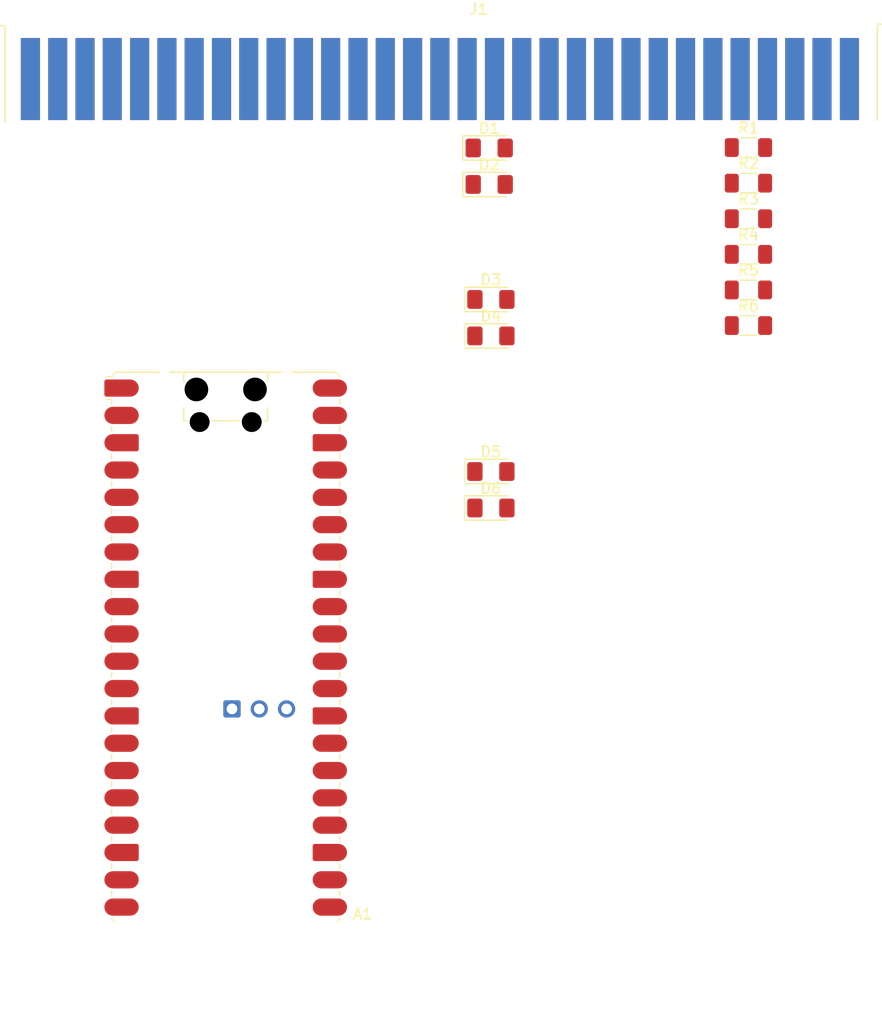
<source format=kicad_pcb>
(kicad_pcb (version 20241229) (generator "pcbnew") (generator_version "9.0")
  (layers (0 "F.Cu" signal) (2 "B.Cu" signal) (13 "F.Paste" user) (15 "B.Paste" user) (5 "F.SilkS" user "F.Silkscreen") (7 "B.SilkS" user "B.Silkscreen") (1 "F.Mask" user) (3 "B.Mask" user) (25 "Edge.Cuts" user))
  (net 0 "")
  (net 1 "Net-(A1-GPIO8)")
  (net 2 "/M1_PWM")
  (net 3 "GND")
  (net 4 "/SPI0_MOSI")
  (net 6 "Net-(A1-GPIO0)")
  (net 7 "+5V")
  (net 8 "/SPI1_CS0")
  (net 9 "/SPI1_CS1")
  (net 10 "/M1_FLT")
  (net 11 "+3V3")
  (net 12 "/SPI1_MISO")
  (net 13 "/M1_SLP")
  (net 14 "Net-(A1-GPIO22)")
  (net 15 "/SPI0_CS2")
  (net 17 "/M1_DIR")
  (net 19 "Net-(A1-GPIO16)")
  (net 21 "/SPI0_SCLK")
  (net 22 "/SPI1_SCLK")
  (net 23 "/SPI0_CS1")
  (net 24 "/SPI0_MISO")
  (net 25 "/M2_FLT")
  (net 26 "/SPI1_MOSI")
  (net 28 "/M2_DIR")
  (net 29 "/M2_PWM")
  (net 32 "/SPI0_CS0")
  (net 33 "/M2_SLP")
  (net 34 "Net-(D1-K)")
  (net 35 "Net-(D2-K)")
  (net 36 "Net-(D3-K)")
  (net 37 "Net-(D4-K)")
  (net 38 "Net-(D5-K)")
  (net 39 "Net-(D6-K)")
  (footprint "LED_SMD:LED_1206_3216Metric_Pad1.42x1.75mm_HandSolder" (layer "F.Cu") (at 108.9875 84.39)
    (property "Reference" "D6" (at 0 -1.83 0) (layer "F.SilkS"))
    (property "Value" "LED")
    (fp_line (start -2.46 -1.135) (end -2.46 1.135) (stroke (width 0.12)) (layer "F.SilkS"))
    (fp_line (start -2.46 1.135) (end 1.6 1.135) (stroke (width 0.12)) (layer "F.SilkS"))
    (fp_line (start 1.6 -1.135) (end -2.46 -1.135) (stroke (width 0.12)) (layer "F.SilkS"))
    (pad "1" smd roundrect (at -1.4875 0) (size 1.425 1.75) (layers "F.Cu" "F.Mask" "F.Paste") (roundrect_rratio 0.175439) (net 39 "Net-(D6-K)"))
    (pad "2" smd roundrect (at 1.4875 0) (size 1.425 1.75) (layers "F.Cu" "F.Mask" "F.Paste") (roundrect_rratio 0.175439) (net 14 "Net-(A1-GPIO22)"))
  )
  (footprint "Resistor_SMD:R_1206_3216Metric_Pad1.30x1.75mm_HandSolder" (layer "F.Cu") (at 132.95 54.185)
    (property "Reference" "R2" (at 0 -1.83 0) (layer "F.SilkS"))
    (property "Value" "220")
    (fp_line (start -0.727064 -0.91) (end 0.727064 -0.91) (stroke (width 0.12)) (layer "F.SilkS"))
    (fp_line (start -0.727064 0.91) (end 0.727064 0.91) (stroke (width 0.12)) (layer "F.SilkS"))
    (pad "1" smd roundrect (at -1.55 0) (size 1.3 1.75) (layers "F.Cu" "F.Mask" "F.Paste") (roundrect_rratio 0.192308) (net 35 "Net-(D2-K)"))
    (pad "2" smd roundrect (at 1.55 0) (size 1.3 1.75) (layers "F.Cu" "F.Mask" "F.Paste") (roundrect_rratio 0.192308) (net 3 "GND"))
  )
  (footprint "Resistor_SMD:R_1206_3216Metric_Pad1.30x1.75mm_HandSolder" (layer "F.Cu") (at 132.95 50.875)
    (property "Reference" "R1" (at 0 -1.83 0) (layer "F.SilkS"))
    (property "Value" "220")
    (fp_line (start -0.727064 -0.91) (end 0.727064 -0.91) (stroke (width 0.12)) (layer "F.SilkS"))
    (fp_line (start -0.727064 0.91) (end 0.727064 0.91) (stroke (width 0.12)) (layer "F.SilkS"))
    (pad "1" smd roundrect (at -1.55 0) (size 1.3 1.75) (layers "F.Cu" "F.Mask" "F.Paste") (roundrect_rratio 0.192308) (net 34 "Net-(D1-K)"))
    (pad "2" smd roundrect (at 1.55 0) (size 1.3 1.75) (layers "F.Cu" "F.Mask" "F.Paste") (roundrect_rratio 0.192308) (net 3 "GND"))
  )
  (footprint "LED_SMD:LED_1206_3216Metric_Pad1.42x1.75mm_HandSolder" (layer "F.Cu") (at 108.83 50.915)
    (property "Reference" "D1" (at 0 -1.83 0) (layer "F.SilkS"))
    (property "Value" "LED")
    (fp_line (start -2.46 -1.135) (end -2.46 1.135) (stroke (width 0.12)) (layer "F.SilkS"))
    (fp_line (start -2.46 1.135) (end 1.6 1.135) (stroke (width 0.12)) (layer "F.SilkS"))
    (fp_line (start 1.6 -1.135) (end -2.46 -1.135) (stroke (width 0.12)) (layer "F.SilkS"))
    (pad "1" smd roundrect (at -1.4875 0) (size 1.425 1.75) (layers "F.Cu" "F.Mask" "F.Paste") (roundrect_rratio 0.175439) (net 34 "Net-(D1-K)"))
    (pad "2" smd roundrect (at 1.4875 0) (size 1.425 1.75) (layers "F.Cu" "F.Mask" "F.Paste") (roundrect_rratio 0.175439) (net 7 "+5V"))
  )
  (footprint "LED_SMD:LED_1206_3216Metric_Pad1.42x1.75mm_HandSolder" (layer "F.Cu") (at 108.9875 68.39)
    (property "Reference" "D4" (at 0 -1.83 0) (layer "F.SilkS"))
    (property "Value" "LED")
    (fp_line (start -2.46 -1.135) (end -2.46 1.135) (stroke (width 0.12)) (layer "F.SilkS"))
    (fp_line (start -2.46 1.135) (end 1.6 1.135) (stroke (width 0.12)) (layer "F.SilkS"))
    (fp_line (start 1.6 -1.135) (end -2.46 -1.135) (stroke (width 0.12)) (layer "F.SilkS"))
    (pad "1" smd roundrect (at -1.4875 0) (size 1.425 1.75) (layers "F.Cu" "F.Mask" "F.Paste") (roundrect_rratio 0.175439) (net 37 "Net-(D4-K)"))
    (pad "2" smd roundrect (at 1.4875 0) (size 1.425 1.75) (layers "F.Cu" "F.Mask" "F.Paste") (roundrect_rratio 0.175439) (net 1 "Net-(A1-GPIO8)"))
  )
  (footprint "LED_SMD:LED_1206_3216Metric_Pad1.42x1.75mm_HandSolder" (layer "F.Cu") (at 108.9875 81)
    (property "Reference" "D5" (at 0 -1.83 0) (layer "F.SilkS"))
    (property "Value" "LED")
    (fp_line (start -2.46 -1.135) (end -2.46 1.135) (stroke (width 0.12)) (layer "F.SilkS"))
    (fp_line (start -2.46 1.135) (end 1.6 1.135) (stroke (width 0.12)) (layer "F.SilkS"))
    (fp_line (start 1.6 -1.135) (end -2.46 -1.135) (stroke (width 0.12)) (layer "F.SilkS"))
    (pad "1" smd roundrect (at -1.4875 0) (size 1.425 1.75) (layers "F.Cu" "F.Mask" "F.Paste") (roundrect_rratio 0.175439) (net 38 "Net-(D5-K)"))
    (pad "2" smd roundrect (at 1.4875 0) (size 1.425 1.75) (layers "F.Cu" "F.Mask" "F.Paste") (roundrect_rratio 0.175439) (net 19 "Net-(A1-GPIO16)"))
  )
  (footprint "LED_SMD:LED_1206_3216Metric_Pad1.42x1.75mm_HandSolder" (layer "F.Cu") (at 108.83 54.305)
    (property "Reference" "D2" (at 0 -1.83 0) (layer "F.SilkS"))
    (property "Value" "LED")
    (fp_line (start -2.46 -1.135) (end -2.46 1.135) (stroke (width 0.12)) (layer "F.SilkS"))
    (fp_line (start -2.46 1.135) (end 1.6 1.135) (stroke (width 0.12)) (layer "F.SilkS"))
    (fp_line (start 1.6 -1.135) (end -2.46 -1.135) (stroke (width 0.12)) (layer "F.SilkS"))
    (pad "1" smd roundrect (at -1.4875 0) (size 1.425 1.75) (layers "F.Cu" "F.Mask" "F.Paste") (roundrect_rratio 0.175439) (net 35 "Net-(D2-K)"))
    (pad "2" smd roundrect (at 1.4875 0) (size 1.425 1.75) (layers "F.Cu" "F.Mask" "F.Paste") (roundrect_rratio 0.175439) (net 11 "+3V3"))
  )
  (footprint "Resistor_SMD:R_1206_3216Metric_Pad1.30x1.75mm_HandSolder" (layer "F.Cu") (at 132.95 67.425)
    (property "Reference" "R6" (at 0 -1.83 0) (layer "F.SilkS"))
    (property "Value" "220")
    (fp_line (start -0.727064 -0.91) (end 0.727064 -0.91) (stroke (width 0.12)) (layer "F.SilkS"))
    (fp_line (start -0.727064 0.91) (end 0.727064 0.91) (stroke (width 0.12)) (layer "F.SilkS"))
    (pad "1" smd roundrect (at -1.55 0) (size 1.3 1.75) (layers "F.Cu" "F.Mask" "F.Paste") (roundrect_rratio 0.192308) (net 37 "Net-(D4-K)"))
    (pad "2" smd roundrect (at 1.55 0) (size 1.3 1.75) (layers "F.Cu" "F.Mask" "F.Paste") (roundrect_rratio 0.192308) (net 3 "GND"))
  )
  (footprint "LED_SMD:LED_1206_3216Metric_Pad1.42x1.75mm_HandSolder" (layer "F.Cu") (at 108.9875 65)
    (property "Reference" "D3" (at 0 -1.83 0) (layer "F.SilkS"))
    (property "Value" "LED")
    (fp_line (start -2.46 -1.135) (end -2.46 1.135) (stroke (width 0.12)) (layer "F.SilkS"))
    (fp_line (start -2.46 1.135) (end 1.6 1.135) (stroke (width 0.12)) (layer "F.SilkS"))
    (fp_line (start 1.6 -1.135) (end -2.46 -1.135) (stroke (width 0.12)) (layer "F.SilkS"))
    (pad "1" smd roundrect (at -1.4875 0) (size 1.425 1.75) (layers "F.Cu" "F.Mask" "F.Paste") (roundrect_rratio 0.175439) (net 36 "Net-(D3-K)"))
    (pad "2" smd roundrect (at 1.4875 0) (size 1.425 1.75) (layers "F.Cu" "F.Mask" "F.Paste") (roundrect_rratio 0.175439) (net 6 "Net-(A1-GPIO0)"))
  )
  (footprint "USR:BUS_XT" (layer "F.Cu") (at 142.34 44.505)
    (property "Reference" "J1" (at -34.5 -6.5 0) (layer "F.SilkS"))
    (property "Value" "~")
    (fp_line (start -78.57 -4.965) (end -78.97 -4.965) (stroke (width 0.12)) (layer "F.SilkS"))
    (fp_line (start -78.57 3.985) (end -78.57 -4.965) (stroke (width 0.12)) (layer "F.SilkS"))
    (fp_line (start 2.6 -5.1) (end 3 -5.1) (stroke (width 0.12)) (layer "F.SilkS"))
    (fp_line (start 2.6 3.85) (end 2.6 -5.1) (stroke (width 0.12)) (layer "F.SilkS"))
    (pad "1" connect rect (at 0 0) (size 1.78 7.62) (layers "B.Cu" "B.Mask"))
    (pad "2" connect rect (at -2.54 0) (size 1.78 7.62) (layers "B.Cu" "B.Mask"))
    (pad "3" connect rect (at -5.08 0) (size 1.78 7.62) (layers "B.Cu" "B.Mask"))
    (pad "4" connect rect (at -7.62 0) (size 1.78 7.62) (layers "B.Cu" "B.Mask"))
    (pad "5" connect rect (at -10.16 0) (size 1.78 7.62) (layers "B.Cu" "B.Mask"))
    (pad "6" connect rect (at -12.7 0) (size 1.78 7.62) (layers "B.Cu" "B.Mask"))
    (pad "7" connect rect (at -15.24 0) (size 1.78 7.62) (layers "B.Cu" "B.Mask"))
    (pad "8" connect rect (at -17.78 0) (size 1.78 7.62) (layers "B.Cu" "B.Mask"))
    (pad "9" connect rect (at -20.32 0) (size 1.78 7.62) (layers "B.Cu" "B.Mask"))
    (pad "10" connect rect (at -22.86 0) (size 1.78 7.62) (layers "B.Cu" "B.Mask"))
    (pad "11" connect rect (at -25.4 0) (size 1.78 7.62) (layers "B.Cu" "B.Mask"))
    (pad "12" connect rect (at -27.94 0) (size 1.78 7.62) (layers "B.Cu" "B.Mask"))
    (pad "13" connect rect (at -30.48 0) (size 1.78 7.62) (layers "B.Cu" "B.Mask"))
    (pad "14" connect rect (at -33.02 0) (size 1.78 7.62) (layers "B.Cu" "B.Mask"))
    (pad "15" connect rect (at -35.56 0) (size 1.78 7.62) (layers "B.Cu" "B.Mask"))
    (pad "16" connect rect (at -38.1 0) (size 1.78 7.62) (layers "B.Cu" "B.Mask"))
    (pad "17" connect rect (at -40.64 0) (size 1.78 7.62) (layers "B.Cu" "B.Mask"))
    (pad "18" connect rect (at -43.18 0) (size 1.78 7.62) (layers "B.Cu" "B.Mask"))
    (pad "19" connect rect (at -45.72 0) (size 1.78 7.62) (layers "B.Cu" "B.Mask"))
    (pad "20" connect rect (at -48.26 0) (size 1.78 7.62) (layers "B.Cu" "B.Mask"))
    (pad "21" connect rect (at -50.8 0) (size 1.78 7.62) (layers "B.Cu" "B.Mask"))
    (pad "22" connect rect (at -53.34 0) (size 1.78 7.62) (layers "B.Cu" "B.Mask"))
    (pad "23" connect rect (at -55.88 0) (size 1.78 7.62) (layers "B.Cu" "B.Mask"))
    (pad "24" connect rect (at -58.42 0) (size 1.78 7.62) (layers "B.Cu" "B.Mask"))
    (pad "25" connect rect (at -60.96 0) (size 1.78 7.62) (layers "B.Cu" "B.Mask"))
    (pad "26" connect rect (at -63.5 0) (size 1.78 7.62) (layers "B.Cu" "B.Mask"))
    (pad "27" connect rect (at -66.04 0) (size 1.78 7.62) (layers "B.Cu" "B.Mask"))
    (pad "28" connect rect (at -68.58 0) (size 1.78 7.62) (layers "B.Cu" "B.Mask"))
    (pad "29" connect rect (at -71.12 0) (size 1.78 7.62) (layers "B.Cu" "B.Mask"))
    (pad "30" connect rect (at -73.66 0) (size 1.78 7.62) (layers "B.Cu" "B.Mask"))
    (pad "31" connect rect (at -76.2 0) (size 1.78 7.62) (layers "B.Cu" "B.Mask"))
    (pad "32" connect rect (at 0 0) (size 1.78 7.62) (layers "F.Cu" "F.Mask") (net 7 "+5V"))
    (pad "33" connect rect (at -2.54 0) (size 1.78 7.62) (layers "F.Cu" "F.Mask") (net 11 "+3V3"))
    (pad "34" connect rect (at -5.08 0) (size 1.78 7.62) (layers "F.Cu" "F.Mask") (net 3 "GND"))
    (pad "35" connect rect (at -7.62 0) (size 1.78 7.62) (layers "F.Cu" "F.Mask") (net 4 "/SPI0_MOSI"))
    (pad "36" connect rect (at -10.16 0) (size 1.78 7.62) (layers "F.Cu" "F.Mask") (net 24 "/SPI0_MISO"))
    (pad "37" connect rect (at -12.7 0) (size 1.78 7.62) (layers "F.Cu" "F.Mask") (net 21 "/SPI0_SCLK"))
    (pad "38" connect rect (at -15.24 0) (size 1.78 7.62) (layers "F.Cu" "F.Mask") (net 32 "/SPI0_CS0"))
    (pad "39" connect rect (at -17.78 0) (size 1.78 7.62) (layers "F.Cu" "F.Mask") (net 23 "/SPI0_CS1"))
    (pad "40" connect rect (at -20.32 0) (size 1.78 7.62) (layers "F.Cu" "F.Mask") (net 15 "/SPI0_CS2"))
    (pad "41" connect rect (at -22.86 0) (size 1.78 7.62) (layers "F.Cu" "F.Mask") (net 3 "GND"))
    (pad "42" connect rect (at -25.4 0) (size 1.78 7.62) (layers "F.Cu" "F.Mask") (net 26 "/SPI1_MOSI"))
    (pad "43" connect rect (at -27.94 0) (size 1.78 7.62) (layers "F.Cu" "F.Mask") (net 12 "/SPI1_MISO"))
    (pad "44" connect rect (at -30.48 0) (size 1.78 7.62) (layers "F.Cu" "F.Mask") (net 22 "/SPI1_SCLK"))
    (pad "45" connect rect (at -33.02 0) (size 1.78 7.62) (layers "F.Cu" "F.Mask") (net 8 "/SPI1_CS0"))
    (pad "46" connect rect (at -35.56 0) (size 1.78 7.62) (layers "F.Cu" "F.Mask") (net 9 "/SPI1_CS1"))
    (pad "47" connect rect (at -38.1 0) (size 1.78 7.62) (layers "F.Cu" "F.Mask") (net 3 "GND"))
    (pad "48" connect rect (at -40.64 0) (size 1.78 7.62) (layers "F.Cu" "F.Mask") (net 17 "/M1_DIR"))
    (pad "49" connect rect (at -43.18 0) (size 1.78 7.62) (layers "F.Cu" "F.Mask") (net 10 "/M1_FLT"))
    (pad "50" connect rect (at -45.72 0) (size 1.78 7.62) (layers "F.Cu" "F.Mask") (net 2 "/M1_PWM"))
    (pad "51" connect rect (at -48.26 0) (size 1.78 7.62) (layers "F.Cu" "F.Mask") (net 13 "/M1_SLP"))
    (pad "52" connect rect (at -50.8 0) (size 1.78 7.62) (layers "F.Cu" "F.Mask") (net 3 "GND"))
    (pad "53" connect rect (at -53.34 0) (size 1.78 7.62) (layers "F.Cu" "F.Mask") (net 28 "/M2_DIR"))
    (pad "54" connect rect (at -55.88 0) (size 1.78 7.62) (layers "F.Cu" "F.Mask") (net 25 "/M2_FLT"))
    (pad "55" connect rect (at -58.42 0) (size 1.78 7.62) (layers "F.Cu" "F.Mask") (net 29 "/M2_PWM"))
    (pad "56" connect rect (at -60.96 0) (size 1.78 7.62) (layers "F.Cu" "F.Mask") (net 33 "/M2_SLP"))
    (pad "57" connect rect (at -63.5 0) (size 1.78 7.62) (layers "F.Cu" "F.Mask"))
    (pad "58" connect rect (at -66.04 0) (size 1.78 7.62) (layers "F.Cu" "F.Mask"))
    (pad "59" connect rect (at -68.58 0) (size 1.78 7.62) (layers "F.Cu" "F.Mask"))
    (pad "60" connect rect (at -71.12 0) (size 1.78 7.62) (layers "F.Cu" "F.Mask"))
    (pad "61" connect rect (at -73.66 0) (size 1.78 7.62) (layers "F.Cu" "F.Mask"))
    (pad "62" connect rect (at -76.2 0) (size 1.78 7.62) (layers "F.Cu" "F.Mask"))
  )
  (footprint "Module:RaspberryPi_Pico_W_SMD_HandSolder" (layer "F.Cu") (at 84.31 97.37)
    (property "Reference" "A1" (at 11.7475 24.765 0) (layer "F.SilkS") (effects (justify left)))
    (property "Value" "RaspberryPi_Pico_W")
    (fp_line (start -10.61 -23.07) (end -11.09 -23.07) (stroke (width 0.12)) (layer "F.SilkS"))
    (fp_line (start -10.61 -23.07) (end -10.61 -22.65) (stroke (width 0.12)) (layer "F.SilkS"))
    (fp_line (start -10.61 -20.53) (end -10.61 -20.11) (stroke (width 0.12)) (layer "F.SilkS"))
    (fp_line (start -10.61 -17.99) (end -10.61 -17.57) (stroke (width 0.12)) (layer "F.SilkS"))
    (fp_line (start -10.61 -15.45) (end -10.61 -15.03) (stroke (width 0.12)) (layer "F.SilkS"))
    (fp_line (start -10.61 -12.91) (end -10.61 -12.49) (stroke (width 0.12)) (layer "F.SilkS"))
    (fp_line (start -10.61 -10.37) (end -10.61 -9.95) (stroke (width 0.12)) (layer "F.SilkS"))
    (fp_line (start -10.61 -7.83) (end -10.61 -7.41) (stroke (width 0.12)) (layer "F.SilkS"))
    (fp_line (start -10.61 -5.29) (end -10.61 -4.87) (stroke (width 0.12)) (layer "F.SilkS"))
    (fp_line (start -10.61 -2.75) (end -10.61 -2.33) (stroke (width 0.12)) (layer "F.SilkS"))
    (fp_line (start -10.61 -0.21) (end -10.61 0.21) (stroke (width 0.12)) (layer "F.SilkS"))
    (fp_line (start -10.61 2.33) (end -10.61 2.75) (stroke (width 0.12)) (layer "F.SilkS"))
    (fp_line (start -10.61 4.87) (end -10.61 5.29) (stroke (width 0.12)) (layer "F.SilkS"))
    (fp_line (start -10.61 7.41) (end -10.61 7.83) (stroke (width 0.12)) (layer "F.SilkS"))
    (fp_line (start -10.61 9.95) (end -10.61 10.37) (stroke (width 0.12)) (layer "F.SilkS"))
    (fp_line (start -10.61 12.49) (end -10.61 12.91) (stroke (width 0.12)) (layer "F.SilkS"))
    (fp_line (start -10.61 15.03) (end -10.61 15.45) (stroke (width 0.12)) (layer "F.SilkS"))
    (fp_line (start -10.61 17.57) (end -10.61 17.99) (stroke (width 0.12)) (layer "F.SilkS"))
    (fp_line (start -10.61 20.11) (end -10.61 20.53) (stroke (width 0.12)) (layer "F.SilkS"))
    (fp_line (start -10.61 22.65) (end -10.61 23.07) (stroke (width 0.12)) (layer "F.SilkS"))
    (fp_line (start -10.579676 -25.19) (end -11.09 -25.19) (stroke (width 0.12)) (layer "F.SilkS"))
    (fp_line (start -10 -25.61) (end -7.51 -25.61) (stroke (width 0.12)) (layer "F.SilkS"))
    (fp_line (start -7.51 -25.61) (end -6.16206 -25.61) (stroke (width 0.12)) (layer "F.SilkS"))
    (fp_line (start -5.237939 -25.61) (end -4.235 -25.61) (stroke (width 0.12)) (layer "F.SilkS"))
    (fp_line (start -4.235 -25.61) (end 4.235 -25.61) (stroke (width 0.12)) (layer "F.SilkS"))
    (fp_line (start -3.9 -25.61) (end -3.9 -24.694) (stroke (width 0.12)) (layer "F.SilkS"))
    (fp_line (start -3.9 -22.306) (end -3.9 -21.09) (stroke (width 0.12)) (layer "F.SilkS"))
    (fp_line (start -3.9 -21.09) (end -3.60391 -21.09) (stroke (width 0.12)) (layer "F.SilkS"))
    (fp_line (start -1.24609 -21.09) (end 1.24609 -21.09) (stroke (width 0.12)) (layer "F.SilkS"))
    (fp_line (start 3.60391 -21.09) (end 3.9 -21.09) (stroke (width 0.12)) (layer "F.SilkS"))
    (fp_line (start 3.9 -25.61) (end 3.9 -24.694) (stroke (width 0.12)) (layer "F.SilkS"))
    (fp_line (start 3.9 -22.306) (end 3.9 -21.09) (stroke (width 0.12)) (layer "F.SilkS"))
    (fp_line (start 4.235 -25.61) (end 5.237939 -25.61) (stroke (width 0.12)) (layer "F.SilkS"))
    (fp_line (start 6.162061 -25.61) (end 7.51 -25.61) (stroke (width 0.12)) (layer "F.SilkS"))
    (fp_line (start 10 -25.61) (end 7.51 -25.61) (stroke (width 0.12)) (layer "F.SilkS"))
    (fp_line (start 10.61 -23.07) (end 10.61 -22.65) (stroke (width 0.12)) (layer "F.SilkS"))
    (fp_line (start 10.61 -20.53) (end 10.61 -20.11) (stroke (width 0.12)) (layer "F.SilkS"))
    (fp_line (start 10.61 -17.99) (end 10.61 -17.57) (stroke (width 0.12)) (layer "F.SilkS"))
    (fp_line (start 10.61 -15.45) (end 10.61 -15.03) (stroke (width 0.12)) (layer "F.SilkS"))
    (fp_line (start 10.61 -12.91) (end 10.61 -12.49) (stroke (width 0.12)) (layer "F.SilkS"))
    (fp_line (start 10.61 -10.37) (end 10.61 -9.95) (stroke (width 0.12)) (layer "F.SilkS"))
    (fp_line (start 10.61 -7.83) (end 10.61 -7.41) (stroke (width 0.12)) (layer "F.SilkS"))
    (fp_line (start 10.61 -5.29) (end 10.61 -4.87) (stroke (width 0.12)) (layer "F.SilkS"))
    (fp_line (start 10.61 -2.75) (end 10.61 -2.33) (stroke (width 0.12)) (layer "F.SilkS"))
    (fp_line (start 10.61 -0.21) (end 10.61 0.21) (stroke (width 0.12)) (layer "F.SilkS"))
    (fp_line (start 10.61 2.33) (end 10.61 2.75) (stroke (width 0.12)) (layer "F.SilkS"))
    (fp_line (start 10.61 4.87) (end 10.61 5.29) (stroke (width 0.12)) (layer "F.SilkS"))
    (fp_line (start 10.61 7.41) (end 10.61 7.83) (stroke (width 0.12)) (layer "F.SilkS"))
    (fp_line (start 10.61 9.95) (end 10.61 10.37) (stroke (width 0.12)) (layer "F.SilkS"))
    (fp_line (start 10.61 12.49) (end 10.61 12.91) (stroke (width 0.12)) (layer "F.SilkS"))
    (fp_line (start 10.61 15.03) (end 10.61 15.45) (stroke (width 0.12)) (layer "F.SilkS"))
    (fp_line (start 10.61 17.57) (end 10.61 17.99) (stroke (width 0.12)) (layer "F.SilkS"))
    (fp_line (start 10.61 20.11) (end 10.61 20.53) (stroke (width 0.12)) (layer "F.SilkS"))
    (fp_line (start 10.61 22.65) (end 10.61 23.07) (stroke (width 0.12)) (layer "F.SilkS"))
    (fp_arc (start -10.579676 -25.19) (mid -10.357938 -25.493944) (end -10 -25.61) (stroke (width 0.12)) (layer "F.SilkS"))
    (fp_arc (start -10.363318 25.49) (mid -10.494791 25.356765) (end -10.579676 25.189937) (stroke (width 0.12)) (layer "F.SilkS"))
    (fp_arc (start 10 -25.61) (mid 10.357937 -25.493944) (end 10.579676 -25.189937) (stroke (width 0.12)) (layer "F.SilkS"))
    (fp_arc (start 10.579676 25.189937) (mid 10.494803 25.356773) (end 10.363318 25.49) (stroke (width 0.12)) (layer "F.SilkS"))
    (pad "" smd rect (at -8.89 -24.13) (size 3.8 2.2) (drill (offset -0.8 0)) (layers "F.Paste"))
    (pad "" smd rect (at -8.89 -21.59) (size 3.8 2.2) (drill (offset -0.8 0)) (layers "F.Paste"))
    (pad "" smd rect (at -8.89 -19.05) (size 3.8 2.2) (drill (offset -0.8 0)) (layers "F.Paste"))
    (pad "" smd rect (at -8.89 -16.51) (size 3.8 2.2) (drill (offset -0.8 0)) (layers "F.Paste"))
    (pad "" smd rect (at -8.89 -13.97) (size 3.8 2.2) (drill (offset -0.8 0)) (layers "F.Paste"))
    (pad "" smd rect (at -8.89 -11.43) (size 3.8 2.2) (drill (offset -0.8 0)) (layers "F.Paste"))
    (pad "" smd rect (at -8.89 -8.89) (size 3.8 2.2) (drill (offset -0.8 0)) (layers "F.Paste"))
    (pad "" smd rect (at -8.89 -6.35) (size 3.8 2.2) (drill (offset -0.8 0)) (layers "F.Paste"))
    (pad "" smd rect (at -8.89 -3.81) (size 3.8 2.2) (drill (offset -0.8 0)) (layers "F.Paste"))
    (pad "" smd rect (at -8.89 -1.27) (size 3.8 2.2) (drill (offset -0.8 0)) (layers "F.Paste"))
    (pad "" smd rect (at -8.89 1.27) (size 3.8 2.2) (drill (offset -0.8 0)) (layers "F.Paste"))
    (pad "" smd rect (at -8.89 3.81) (size 3.8 2.2) (drill (offset -0.8 0)) (layers "F.Paste"))
    (pad "" smd rect (at -8.89 6.35) (size 3.8 2.2) (drill (offset -0.8 0)) (layers "F.Paste"))
    (pad "" smd rect (at -8.89 8.89) (size 3.8 2.2) (drill (offset -0.8 0)) (layers "F.Paste"))
    (pad "" smd rect (at -8.89 11.43) (size 3.8 2.2) (drill (offset -0.8 0)) (layers "F.Paste"))
    (pad "" smd rect (at -8.89 13.97) (size 3.8 2.2) (drill (offset -0.8 0)) (layers "F.Paste"))
    (pad "" smd rect (at -8.89 16.51) (size 3.8 2.2) (drill (offset -0.8 0)) (layers "F.Paste"))
    (pad "" smd rect (at -8.89 19.05) (size 3.8 2.2) (drill (offset -0.8 0)) (layers "F.Paste"))
    (pad "" smd rect (at -8.89 21.59) (size 3.8 2.2) (drill (offset -0.8 0)) (layers "F.Paste"))
    (pad "" smd rect (at -8.89 24.13) (size 3.8 2.2) (drill (offset -0.8 0)) (layers "F.Paste"))
    (pad "" np_thru_hole circle (at -2.725 -24) (size 2.2 2.2) (drill 2.2) (layers "*.Mask"))
    (pad "" np_thru_hole circle (at -2.425 -20.97) (size 1.85 1.85) (drill 1.85) (layers "*.Mask"))
    (pad "" np_thru_hole circle (at 2.425 -20.97) (size 1.85 1.85) (drill 1.85) (layers "*.Mask"))
    (pad "" np_thru_hole circle (at 2.725 -24) (size 2.2 2.2) (drill 2.2) (layers "*.Mask"))
    (pad "" smd rect (at 8.89 -24.13) (size 3.8 2.2) (drill (offset 0.8 0)) (layers "F.Paste"))
    (pad "" smd rect (at 8.89 -21.59) (size 3.8 2.2) (drill (offset 0.8 0)) (layers "F.Paste"))
    (pad "" smd rect (at 8.89 -19.05) (size 3.8 2.2) (drill (offset 0.8 0)) (layers "F.Paste"))
    (pad "" smd rect (at 8.89 -16.51) (size 3.8 2.2) (drill (offset 0.8 0)) (layers "F.Paste"))
    (pad "" smd rect (at 8.89 -13.97) (size 3.8 2.2) (drill (offset 0.8 0)) (layers "F.Paste"))
    (pad "" smd rect (at 8.89 -11.43) (size 3.8 2.2) (drill (offset 0.8 0)) (layers "F.Paste"))
    (pad "" smd rect (at 8.89 -8.89) (size 3.8 2.2) (drill (offset 0.8 0)) (layers "F.Paste"))
    (pad "" smd rect (at 8.89 -6.35) (size 3.8 2.2) (drill (offset 0.8 0)) (layers "F.Paste"))
    (pad "" smd rect (at 8.89 -3.81) (size 3.8 2.2) (drill (offset 0.8 0)) (layers "F.Paste"))
    (pad "" smd rect (at 8.89 -1.27) (size 3.8 2.2) (drill (offset 0.8 0)) (layers "F.Paste"))
    (pad "" smd rect (at 8.89 1.27) (size 3.8 2.2) (drill (offset 0.8 0)) (layers "F.Paste"))
    (pad "" smd rect (at 8.89 3.81) (size 3.8 2.2) (drill (offset 0.8 0)) (layers "F.Paste"))
    (pad "" smd rect (at 8.89 6.35) (size 3.8 2.2) (drill (offset 0.8 0)) (layers "F.Paste"))
    (pad "" smd rect (at 8.89 8.89) (size 3.8 2.2) (drill (offset 0.8 0)) (layers "F.Paste"))
    (pad "" smd rect (at 8.89 11.43) (size 3.8 2.2) (drill (offset 0.8 0)) (layers "F.Paste"))
    (pad "" smd rect (at 8.89 13.97) (size 3.8 2.2) (drill (offset 0.8 0)) (layers "F.Paste"))
    (pad "" smd rect (at 8.89 16.51) (size 3.8 2.2) (drill (offset 0.8 0)) (layers "F.Paste"))
    (pad "" smd rect (at 8.89 19.05) (size 3.8 2.2) (drill (offset 0.8 0)) (layers "F.Paste"))
    (pad "" smd rect (at 8.89 21.59) (size 3.8 2.2) (drill (offset 0.8 0)) (layers "F.Paste"))
    (pad "" smd rect (at 8.89 24.13) (size 3.8 2.2) (drill (offset 0.8 0)) (layers "F.Paste"))
    (pad "1" smd custom (at -9.69 -24.13) (size 1.6 0.8) (layers "F.Cu" "F.Mask") (net 6 "Net-(A1-GPIO0)") (options (clearance outline) (anchor rect)) (primitives (gr_circle (center 0.8 0) (end 1.6 0) (width 0) (fill yes)) (gr_poly (pts (xy -1.6 -0.6) (xy -1.6 0.6) (xy -1.4 0.8) (xy 0.8 0.8) (xy 0.8 -0.8) (xy -1.4 -0.8)) (width 0) (fill yes)) (gr_circle (center -1.4 -0.6) (end -1.2 -0.6) (width 0) (fill yes)) (gr_circle (center -1.4 0.6) (end -1.2 0.6) (width 0) (fill yes))))
    (pad "2" smd roundrect (at -9.69 -21.59) (size 3.2 1.6) (layers "F.Cu" "F.Mask") (roundrect_rratio 0.5) (net 32 "/SPI0_CS0"))
    (pad "3" smd custom (at -9.69 -19.05) (size 1.6 0.8) (layers "F.Cu" "F.Mask") (net 3 "GND") (options (clearance outline) (anchor rect)) (primitives (gr_circle (center -0.8 0) (end 0 0) (width 0) (fill yes)) (gr_poly (pts (xy 1.6 -0.6) (xy 1.6 0.6) (xy 1.4 0.8) (xy -0.8 0.8) (xy -0.8 -0.8) (xy 1.4 -0.8)) (width 0) (fill yes)) (gr_circle (center 1.4 -0.6) (end 1.6 -0.6) (width 0) (fill yes)) (gr_circle (center 1.4 0.6) (end 1.6 0.6) (width 0) (fill yes))))
    (pad "4" smd roundrect (at -9.69 -16.51) (size 3.2 1.6) (layers "F.Cu" "F.Mask") (roundrect_rratio 0.5) (net 21 "/SPI0_SCLK"))
    (pad "5" smd roundrect (at -9.69 -13.97) (size 3.2 1.6) (layers "F.Cu" "F.Mask") (roundrect_rratio 0.5) (net 4 "/SPI0_MOSI"))
    (pad "6" smd roundrect (at -9.69 -11.43) (size 3.2 1.6) (layers "F.Cu" "F.Mask") (roundrect_rratio 0.5) (net 24 "/SPI0_MISO"))
    (pad "7" smd roundrect (at -9.69 -8.89) (size 3.2 1.6) (layers "F.Cu" "F.Mask") (roundrect_rratio 0.5) (net 23 "/SPI0_CS1"))
    (pad "8" smd custom (at -9.69 -6.35) (size 1.6 0.8) (layers "F.Cu" "F.Mask") (net 3 "GND") (options (clearance outline) (anchor rect)) (primitives (gr_circle (center -0.8 0) (end 0 0) (width 0) (fill yes)) (gr_poly (pts (xy 1.6 -0.6) (xy 1.6 0.6) (xy 1.4 0.8) (xy -0.8 0.8) (xy -0.8 -0.8) (xy 1.4 -0.8)) (width 0) (fill yes)) (gr_circle (center 1.4 -0.6) (end 1.6 -0.6) (width 0) (fill yes)) (gr_circle (center 1.4 0.6) (end 1.6 0.6) (width 0) (fill yes))))
    (pad "9" smd roundrect (at -9.69 -3.81) (size 3.2 1.6) (layers "F.Cu" "F.Mask") (roundrect_rratio 0.5) (net 17 "/M1_DIR"))
    (pad "10" smd roundrect (at -9.69 -1.27) (size 3.2 1.6) (layers "F.Cu" "F.Mask") (roundrect_rratio 0.5) (net 28 "/M2_DIR"))
    (pad "11" smd roundrect (at -9.69 1.27) (size 3.2 1.6) (layers "F.Cu" "F.Mask") (roundrect_rratio 0.5) (net 1 "Net-(A1-GPIO8)"))
    (pad "12" smd roundrect (at -9.69 3.81) (size 3.2 1.6) (layers "F.Cu" "F.Mask") (roundrect_rratio 0.5) (net 8 "/SPI1_CS0"))
    (pad "13" smd custom (at -9.69 6.35) (size 1.6 0.8) (layers "F.Cu" "F.Mask") (net 3 "GND") (options (clearance outline) (anchor rect)) (primitives (gr_circle (center -0.8 0) (end 0 0) (width 0) (fill yes)) (gr_poly (pts (xy 1.6 -0.6) (xy 1.6 0.6) (xy 1.4 0.8) (xy -0.8 0.8) (xy -0.8 -0.8) (xy 1.4 -0.8)) (width 0) (fill yes)) (gr_circle (center 1.4 -0.6) (end 1.6 -0.6) (width 0) (fill yes)) (gr_circle (center 1.4 0.6) (end 1.6 0.6) (width 0) (fill yes))))
    (pad "14" smd roundrect (at -9.69 8.89) (size 3.2 1.6) (layers "F.Cu" "F.Mask") (roundrect_rratio 0.5) (net 22 "/SPI1_SCLK"))
    (pad "15" smd roundrect (at -9.69 11.43) (size 3.2 1.6) (layers "F.Cu" "F.Mask") (roundrect_rratio 0.5) (net 26 "/SPI1_MOSI"))
    (pad "16" smd roundrect (at -9.69 13.97) (size 3.2 1.6) (layers "F.Cu" "F.Mask") (roundrect_rratio 0.5) (net 12 "/SPI1_MISO"))
    (pad "17" smd roundrect (at -9.69 16.51) (size 3.2 1.6) (layers "F.Cu" "F.Mask") (roundrect_rratio 0.5) (net 9 "/SPI1_CS1"))
    (pad "18" smd custom (at -9.69 19.05) (size 1.6 0.8) (layers "F.Cu" "F.Mask") (net 3 "GND") (options (clearance outline) (anchor rect)) (primitives (gr_circle (center -0.8 0) (end 0 0) (width 0) (fill yes)) (gr_poly (pts (xy 1.6 -0.6) (xy 1.6 0.6) (xy 1.4 0.8) (xy -0.8 0.8) (xy -0.8 -0.8) (xy 1.4 -0.8)) (width 0) (fill yes)) (gr_circle (center 1.4 -0.6) (end 1.6 -0.6) (width 0) (fill yes)) (gr_circle (center 1.4 0.6) (end 1.6 0.6) (width 0) (fill yes))))
    (pad "19" smd roundrect (at -9.69 21.59) (size 3.2 1.6) (layers "F.Cu" "F.Mask") (roundrect_rratio 0.5) (net 2 "/M1_PWM"))
    (pad "20" smd roundrect (at -9.69 24.13) (size 3.2 1.6) (layers "F.Cu" "F.Mask") (roundrect_rratio 0.5) (net 29 "/M2_PWM"))
    (pad "21" smd roundrect (at 9.69 24.13) (size 3.2 1.6) (layers "F.Cu" "F.Mask") (roundrect_rratio 0.5) (net 19 "Net-(A1-GPIO16)"))
    (pad "22" smd roundrect (at 9.69 21.59) (size 3.2 1.6) (layers "F.Cu" "F.Mask") (roundrect_rratio 0.5) (net 15 "/SPI0_CS2"))
    (pad "23" smd custom (at 9.69 19.05) (size 1.6 0.8) (layers "F.Cu" "F.Mask") (net 3 "GND") (options (clearance outline) (anchor rect)) (primitives (gr_circle (center 0.8 0) (end 1.6 0) (width 0) (fill yes)) (gr_poly (pts (xy -1.6 -0.6) (xy -1.6 0.6) (xy -1.4 0.8) (xy 0.8 0.8) (xy 0.8 -0.8) (xy -1.4 -0.8)) (width 0) (fill yes)) (gr_circle (center -1.4 -0.6) (end -1.2 -0.6) (width 0) (fill yes)) (gr_circle (center -1.4 0.6) (end -1.2 0.6) (width 0) (fill yes))))
    (pad "24" smd roundrect (at 9.69 16.51) (size 3.2 1.6) (layers "F.Cu" "F.Mask") (roundrect_rratio 0.5) (net 13 "/M1_SLP"))
    (pad "25" smd roundrect (at 9.69 13.97) (size 3.2 1.6) (layers "F.Cu" "F.Mask") (roundrect_rratio 0.5) (net 33 "/M2_SLP"))
    (pad "26" smd roundrect (at 9.69 11.43) (size 3.2 1.6) (layers "F.Cu" "F.Mask") (roundrect_rratio 0.5) (net 10 "/M1_FLT"))
    (pad "27" smd roundrect (at 9.69 8.89) (size 3.2 1.6) (layers "F.Cu" "F.Mask") (roundrect_rratio 0.5) (net 25 "/M2_FLT"))
    (pad "28" smd custom (at 9.69 6.35) (size 1.6 0.8) (layers "F.Cu" "F.Mask") (net 3 "GND") (options (clearance outline) (anchor rect)) (primitives (gr_circle (center 0.8 0) (end 1.6 0) (width 0) (fill yes)) (gr_poly (pts (xy -1.6 -0.6) (xy -1.6 0.6) (xy -1.4 0.8) (xy 0.8 0.8) (xy 0.8 -0.8) (xy -1.4 -0.8)) (width 0) (fill yes)) (gr_circle (center -1.4 -0.6) (end -1.2 -0.6) (width 0) (fill yes)) (gr_circle (center -1.4 0.6) (end -1.2 0.6) (width 0) (fill yes))))
    (pad "29" smd roundrect (at 9.69 3.81) (size 3.2 1.6) (layers "F.Cu" "F.Mask") (roundrect_rratio 0.5) (net 14 "Net-(A1-GPIO22)"))
    (pad "30" smd roundrect (at 9.69 1.27) (size 3.2 1.6) (layers "F.Cu" "F.Mask") (roundrect_rratio 0.5))
    (pad "31" smd roundrect (at 9.69 -1.27) (size 3.2 1.6) (layers "F.Cu" "F.Mask") (roundrect_rratio 0.5))
    (pad "32" smd roundrect (at 9.69 -3.81) (size 3.2 1.6) (layers "F.Cu" "F.Mask") (roundrect_rratio 0.5))
    (pad "33" smd custom (at 9.69 -6.35) (size 1.6 0.8) (layers "F.Cu" "F.Mask") (net 3 "GND") (options (clearance outline) (anchor rect)) (primitives (gr_circle (center 0.8 0) (end 1.6 0) (width 0) (fill yes)) (gr_poly (pts (xy -1.6 -0.6) (xy -1.6 0.6) (xy -1.4 0.8) (xy 0.8 0.8) (xy 0.8 -0.8) (xy -1.4 -0.8)) (width 0) (fill yes)) (gr_circle (center -1.4 -0.6) (end -1.2 -0.6) (width 0) (fill yes)) (gr_circle (center -1.4 0.6) (end -1.2 0.6) (width 0) (fill yes))))
    (pad "34" smd roundrect (at 9.69 -8.89) (size 3.2 1.6) (layers "F.Cu" "F.Mask") (roundrect_rratio 0.5))
    (pad "35" smd roundrect (at 9.69 -11.43) (size 3.2 1.6) (layers "F.Cu" "F.Mask") (roundrect_rratio 0.5))
    (pad "36" smd roundrect (at 9.69 -13.97) (size 3.2 1.6) (layers "F.Cu" "F.Mask") (roundrect_rratio 0.5) (net 11 "+3V3"))
    (pad "37" smd roundrect (at 9.69 -16.51) (size 3.2 1.6) (layers "F.Cu" "F.Mask") (roundrect_rratio 0.5))
    (pad "38" smd custom (at 9.69 -19.05) (size 1.6 0.8) (layers "F.Cu" "F.Mask") (net 3 "GND") (options (clearance outline) (anchor rect)) (primitives (gr_circle (center 0.8 0) (end 1.6 0) (width 0) (fill yes)) (gr_poly (pts (xy -1.6 -0.6) (xy -1.6 0.6) (xy -1.4 0.8) (xy 0.8 0.8) (xy 0.8 -0.8) (xy -1.4 -0.8)) (width 0) (fill yes)) (gr_circle (center -1.4 -0.6) (end -1.2 -0.6) (width 0) (fill yes)) (gr_circle (center -1.4 0.6) (end -1.2 0.6) (width 0) (fill yes))))
    (pad "39" smd roundrect (at 9.69 -21.59) (size 3.2 1.6) (layers "F.Cu" "F.Mask") (roundrect_rratio 0.5) (net 7 "+5V"))
    (pad "40" smd roundrect (at 9.69 -24.13) (size 3.2 1.6) (layers "F.Cu" "F.Mask") (roundrect_rratio 0.5))
    (pad "D1" thru_hole roundrect (at 0.5841 5.7) (size 1.6 1.6) (drill 1) (layers "*.Cu" "*.Mask") (roundrect_rratio 0.125))
    (pad "D2" thru_hole circle (at 3.1241 5.7) (size 1.6 1.6) (drill 1) (layers "*.Cu" "*.Mask"))
    (pad "D3" thru_hole circle (at 5.6641 5.7) (size 1.6 1.6) (drill 1) (layers "*.Cu" "*.Mask"))
  )
  (footprint "Resistor_SMD:R_1206_3216Metric_Pad1.30x1.75mm_HandSolder" (layer "F.Cu") (at 132.95 60.805)
    (property "Reference" "R4" (at 0 -1.83 0) (layer "F.SilkS"))
    (property "Value" "220")
    (fp_line (start -0.727064 -0.91) (end 0.727064 -0.91) (stroke (width 0.12)) (layer "F.SilkS"))
    (fp_line (start -0.727064 0.91) (end 0.727064 0.91) (stroke (width 0.12)) (layer "F.SilkS"))
    (pad "1" smd roundrect (at -1.55 0) (size 1.3 1.75) (layers "F.Cu" "F.Mask" "F.Paste") (roundrect_rratio 0.192308) (net 38 "Net-(D5-K)"))
    (pad "2" smd roundrect (at 1.55 0) (size 1.3 1.75) (layers "F.Cu" "F.Mask" "F.Paste") (roundrect_rratio 0.192308) (net 3 "GND"))
  )
  (footprint "Resistor_SMD:R_1206_3216Metric_Pad1.30x1.75mm_HandSolder" (layer "F.Cu") (at 132.95 57.495)
    (property "Reference" "R3" (at 0 -1.83 0) (layer "F.SilkS"))
    (property "Value" "220")
    (fp_line (start -0.727064 -0.91) (end 0.727064 -0.91) (stroke (width 0.12)) (layer "F.SilkS"))
    (fp_line (start -0.727064 0.91) (end 0.727064 0.91) (stroke (width 0.12)) (layer "F.SilkS"))
    (pad "1" smd roundrect (at -1.55 0) (size 1.3 1.75) (layers "F.Cu" "F.Mask" "F.Paste") (roundrect_rratio 0.192308) (net 39 "Net-(D6-K)"))
    (pad "2" smd roundrect (at 1.55 0) (size 1.3 1.75) (layers "F.Cu" "F.Mask" "F.Paste") (roundrect_rratio 0.192308) (net 3 "GND"))
  )
  (footprint "Resistor_SMD:R_1206_3216Metric_Pad1.30x1.75mm_HandSolder" (layer "F.Cu") (at 132.95 64.115)
    (property "Reference" "R5" (at 0 -1.83 0) (layer "F.SilkS"))
    (property "Value" "220")
    (fp_line (start -0.727064 -0.91) (end 0.727064 -0.91) (stroke (width 0.12)) (layer "F.SilkS"))
    (fp_line (start -0.727064 0.91) (end 0.727064 0.91) (stroke (width 0.12)) (layer "F.SilkS"))
    (pad "1" smd roundrect (at -1.55 0) (size 1.3 1.75) (layers "F.Cu" "F.Mask" "F.Paste") (roundrect_rratio 0.192308) (net 36 "Net-(D3-K)"))
    (pad "2" smd roundrect (at 1.55 0) (size 1.3 1.75) (layers "F.Cu" "F.Mask" "F.Paste") (roundrect_rratio 0.192308) (net 3 "GND"))
  )
)
</source>
